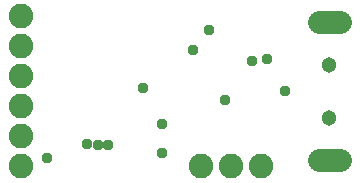
<source format=gbr>
G04 EAGLE Gerber RS-274X export*
G75*
%MOMM*%
%FSLAX34Y34*%
%LPD*%
%INSoldermask Bottom*%
%IPPOS*%
%AMOC8*
5,1,8,0,0,1.08239X$1,22.5*%
G01*
%ADD10C,2.082800*%
%ADD11C,1.981200*%
%ADD12C,1.303200*%
%ADD13C,1.003200*%
%ADD14C,0.959600*%


D10*
X241300Y241300D03*
X266700Y241300D03*
X292100Y241300D03*
X88900Y368300D03*
X88900Y342900D03*
X88900Y317500D03*
X88900Y292100D03*
X88900Y266700D03*
X88900Y241300D03*
D11*
X341610Y246300D02*
X359390Y246300D01*
X359390Y363300D02*
X341610Y363300D01*
D12*
X349800Y282300D03*
X349800Y327300D03*
D13*
X346500Y363300D03*
X342500Y363300D03*
X354500Y363300D03*
X358500Y363300D03*
X346500Y246300D03*
X342500Y246300D03*
X354500Y246300D03*
X358500Y246300D03*
D14*
X153924Y259080D03*
X234696Y339852D03*
X297180Y332232D03*
X312420Y304800D03*
X111252Y248412D03*
X208788Y252984D03*
X262128Y297180D03*
X144780Y260604D03*
X192024Y307848D03*
X248412Y356616D03*
X208788Y277368D03*
X284988Y330708D03*
X163068Y259080D03*
M02*

</source>
